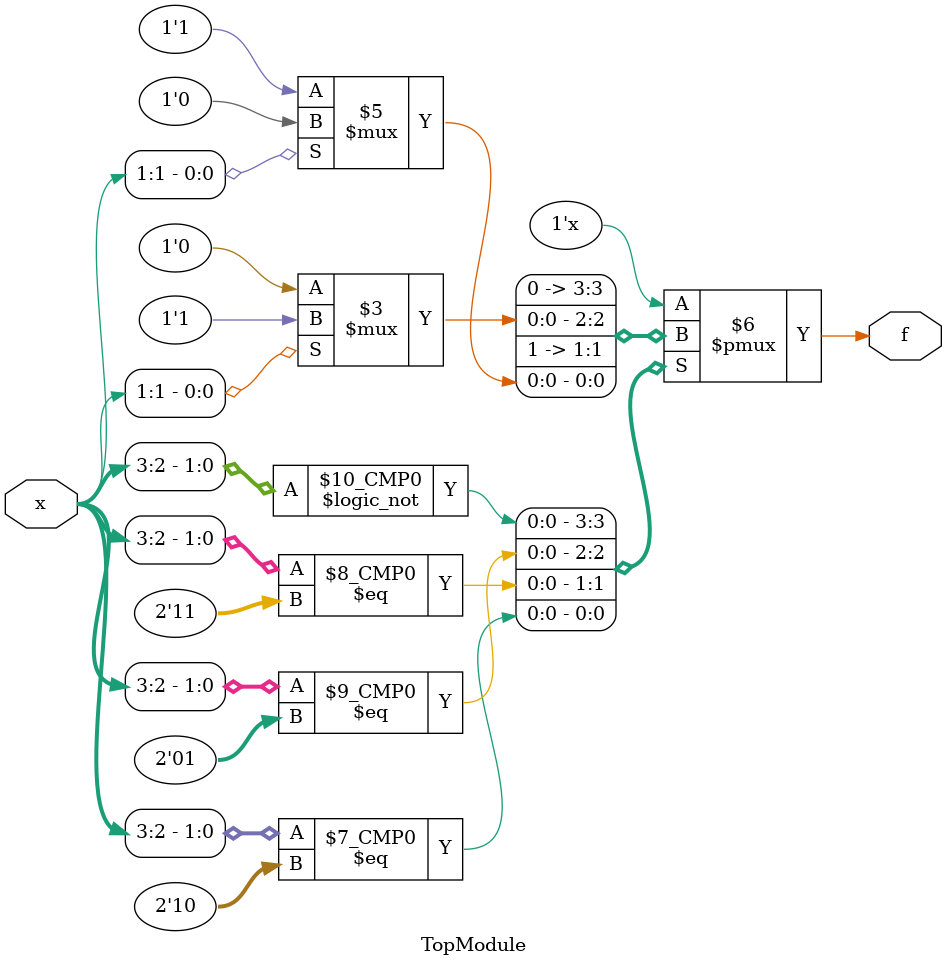
<source format=sv>
module TopModule (
    input logic [3:0] x,
    output logic f
);

always @(*) begin
    case ({x[3], x[2]})
        2'b00: f = 1'b0; // Don't care
        2'b01: f = (x[1] == 1'b1) ? 1'b1 : 1'b0; // 1 for x[1]x[2] = 11
        2'b11: f = 1'b1; // 1 for x[1]x[2] = 00, 01
        2'b10: f = (x[1] == 1'b0) ? 1'b1 : 1'b0; // 1 for x[1]x[2] = 00, 01
        default: f = 1'b0; // Default case
    endcase
end

endmodule
</source>
